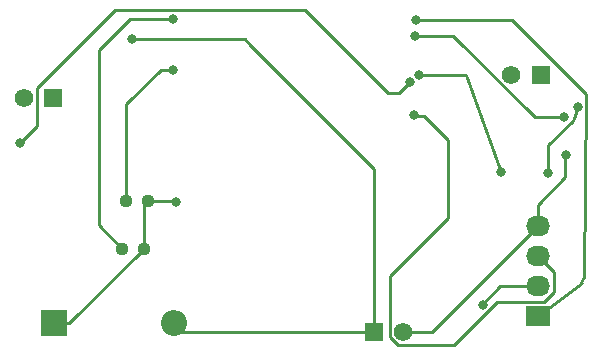
<source format=gbr>
%TF.GenerationSoftware,KiCad,Pcbnew,8.0.1*%
%TF.CreationDate,2024-04-05T19:32:32+05:30*%
%TF.ProjectId,TinyDrone,54696e79-4472-46f6-9e65-2e6b69636164,rev?*%
%TF.SameCoordinates,Original*%
%TF.FileFunction,Copper,L2,Bot*%
%TF.FilePolarity,Positive*%
%FSLAX46Y46*%
G04 Gerber Fmt 4.6, Leading zero omitted, Abs format (unit mm)*
G04 Created by KiCad (PCBNEW 8.0.1) date 2024-04-05 19:32:32*
%MOMM*%
%LPD*%
G01*
G04 APERTURE LIST*
G04 Aperture macros list*
%AMRoundRect*
0 Rectangle with rounded corners*
0 $1 Rounding radius*
0 $2 $3 $4 $5 $6 $7 $8 $9 X,Y pos of 4 corners*
0 Add a 4 corners polygon primitive as box body*
4,1,4,$2,$3,$4,$5,$6,$7,$8,$9,$2,$3,0*
0 Add four circle primitives for the rounded corners*
1,1,$1+$1,$2,$3*
1,1,$1+$1,$4,$5*
1,1,$1+$1,$6,$7*
1,1,$1+$1,$8,$9*
0 Add four rect primitives between the rounded corners*
20,1,$1+$1,$2,$3,$4,$5,0*
20,1,$1+$1,$4,$5,$6,$7,0*
20,1,$1+$1,$6,$7,$8,$9,0*
20,1,$1+$1,$8,$9,$2,$3,0*%
G04 Aperture macros list end*
%TA.AperFunction,ComponentPad*%
%ADD10R,1.575000X1.575000*%
%TD*%
%TA.AperFunction,ComponentPad*%
%ADD11C,1.575000*%
%TD*%
%TA.AperFunction,SMDPad,CuDef*%
%ADD12RoundRect,0.237500X0.250000X0.237500X-0.250000X0.237500X-0.250000X-0.237500X0.250000X-0.237500X0*%
%TD*%
%TA.AperFunction,ComponentPad*%
%ADD13R,2.030000X1.730000*%
%TD*%
%TA.AperFunction,ComponentPad*%
%ADD14O,2.030000X1.730000*%
%TD*%
%TA.AperFunction,ComponentPad*%
%ADD15R,2.200000X2.200000*%
%TD*%
%TA.AperFunction,ComponentPad*%
%ADD16O,2.200000X2.200000*%
%TD*%
%TA.AperFunction,ViaPad*%
%ADD17C,0.800000*%
%TD*%
%TA.AperFunction,Conductor*%
%ADD18C,0.250000*%
%TD*%
G04 APERTURE END LIST*
D10*
%TO.P,J1,1,1*%
%TO.N,/ML*%
X126090000Y-79020000D03*
D11*
%TO.P,J1,2,2*%
%TO.N,/Bat2*%
X123590000Y-79020000D03*
%TD*%
D10*
%TO.P,J3,1,1*%
%TO.N,/MR*%
X84800000Y-80980000D03*
D11*
%TO.P,J3,2,2*%
%TO.N,/Bat2*%
X82300000Y-80980000D03*
%TD*%
D10*
%TO.P,J2,1,1*%
%TO.N,/Bat2*%
X111960000Y-100765000D03*
D11*
%TO.P,J2,2,2*%
%TO.N,GND*%
X114460000Y-100765000D03*
%TD*%
D12*
%TO.P,R1,1*%
%TO.N,post_diode*%
X92792500Y-89690000D03*
%TO.P,R1,2*%
%TO.N,/R1*%
X90967500Y-89690000D03*
%TD*%
D13*
%TO.P,J5,1,Pin_1*%
%TO.N,/P1*%
X125850000Y-99430000D03*
D14*
%TO.P,J5,2,Pin_2*%
%TO.N,/P2*%
X125850000Y-96890000D03*
%TO.P,J5,3,Pin_3*%
%TO.N,/P3*%
X125850000Y-94350000D03*
%TO.P,J5,4,Pin_4*%
%TO.N,GND*%
X125850000Y-91810000D03*
%TD*%
D12*
%TO.P,R2,1*%
%TO.N,post_diode*%
X92482500Y-93740000D03*
%TO.P,R2,2*%
%TO.N,/R2*%
X90657500Y-93740000D03*
%TD*%
D15*
%TO.P,D1,1,K*%
%TO.N,post_diode*%
X84910000Y-100050000D03*
D16*
%TO.P,D1,2,A*%
%TO.N,/Bat2*%
X95070000Y-100050000D03*
%TD*%
D17*
%TO.N,/Bat2*%
X91500000Y-76000000D03*
%TO.N,post_diode*%
X95180000Y-89750000D03*
%TO.N,/ML*%
X129200000Y-81760000D03*
X126720000Y-87300000D03*
%TO.N,GND*%
X128220000Y-85820000D03*
%TO.N,/P1*%
X115560000Y-74330000D03*
%TO.N,/P2*%
X121150000Y-98450000D03*
X128050000Y-82600000D03*
X115430000Y-75680000D03*
%TO.N,/P3*%
X115360000Y-82400000D03*
%TO.N,/M2*%
X114980000Y-79630000D03*
X81960000Y-84740000D03*
%TO.N,/M1*%
X122710000Y-87230000D03*
X115760000Y-78990000D03*
%TO.N,/R1*%
X94940000Y-78560000D03*
%TO.N,/R2*%
X94940000Y-74290000D03*
%TD*%
D18*
%TO.N,/Bat2*%
X101000000Y-76000000D02*
X91500000Y-76000000D01*
X101500000Y-76500000D02*
X101000000Y-76000000D01*
X111960000Y-86960000D02*
X101500000Y-76500000D01*
X111960000Y-100765000D02*
X111960000Y-86960000D01*
%TO.N,post_diode*%
X92792500Y-89690000D02*
X95120000Y-89690000D01*
X92482500Y-93740000D02*
X92482500Y-90000000D01*
X95180000Y-89750000D02*
X95240000Y-89690000D01*
X86172500Y-100050000D02*
X92482500Y-93740000D01*
X84910000Y-100050000D02*
X86172500Y-100050000D01*
X95120000Y-89690000D02*
X95180000Y-89750000D01*
X92482500Y-90000000D02*
X92792500Y-89690000D01*
%TO.N,/Bat2*%
X111960000Y-100765000D02*
X95785000Y-100765000D01*
X95785000Y-100765000D02*
X95070000Y-100050000D01*
%TO.N,/ML*%
X126720000Y-87300000D02*
X126720000Y-84955305D01*
X129200000Y-81760000D02*
X129260000Y-81520000D01*
X126720000Y-84955305D02*
X128775000Y-82900305D01*
X128775000Y-82900305D02*
X129200000Y-81760000D01*
X126090000Y-79320000D02*
X126090000Y-79020000D01*
%TO.N,GND*%
X125850000Y-91810000D02*
X125850000Y-89990000D01*
X114460000Y-100765000D02*
X116895000Y-100765000D01*
X128160000Y-85880000D02*
X128220000Y-85820000D01*
X128160000Y-87680000D02*
X128160000Y-85880000D01*
X125850000Y-89990000D02*
X128160000Y-87680000D01*
X128220000Y-85820000D02*
X128160000Y-85760000D01*
X116895000Y-100765000D02*
X125850000Y-91810000D01*
%TO.N,/P1*%
X129557175Y-96587833D02*
X125850000Y-99430000D01*
X123625000Y-74330000D02*
X129940000Y-80645000D01*
X129940000Y-80645000D02*
X129752923Y-96197044D01*
X115560000Y-74330000D02*
X123625000Y-74330000D01*
X129752922Y-96197044D02*
G75*
G02*
X129557151Y-96587801I-499922J6044D01*
G01*
%TO.N,/P2*%
X118676687Y-75680000D02*
X125596687Y-82600000D01*
X122620000Y-96890000D02*
X125850000Y-96890000D01*
X115430000Y-75680000D02*
X118676687Y-75680000D01*
X121060000Y-98450000D02*
X121150000Y-98450000D01*
X121150000Y-98450000D02*
X121150000Y-98360000D01*
X121150000Y-98360000D02*
X122620000Y-96890000D01*
X125596687Y-82600000D02*
X128050000Y-82600000D01*
%TO.N,/P3*%
X122410000Y-98240000D02*
X118772500Y-101877500D01*
X115360000Y-82400000D02*
X115300000Y-82460000D01*
X113347500Y-96052500D02*
X118240000Y-91160000D01*
X115420000Y-82460000D02*
X115360000Y-82400000D01*
X118772500Y-101877500D02*
X113999187Y-101877500D01*
X118240000Y-84480000D02*
X116220000Y-82460000D01*
X126332914Y-98240000D02*
X122410000Y-98240000D01*
X113999187Y-101877500D02*
X113347500Y-101225813D01*
X118240000Y-91160000D02*
X118240000Y-84480000D01*
X113347500Y-101225813D02*
X113347500Y-96052500D01*
X125850000Y-94350000D02*
X127190000Y-95690000D01*
X127190000Y-95690000D02*
X127190000Y-97382914D01*
X116220000Y-82460000D02*
X115420000Y-82460000D01*
X127190000Y-97382914D02*
X126332914Y-98240000D01*
%TO.N,/M2*%
X114060000Y-80550000D02*
X114980000Y-79630000D01*
X113110000Y-80550000D02*
X114060000Y-80550000D01*
X83412500Y-80142500D02*
X90035000Y-73520000D01*
X81960000Y-84740000D02*
X83412500Y-83287500D01*
X90035000Y-73520000D02*
X106080000Y-73520000D01*
X83412500Y-83287500D02*
X83412500Y-80142500D01*
X106080000Y-73520000D02*
X113110000Y-80550000D01*
%TO.N,/M1*%
X119790000Y-79010000D02*
X115760000Y-78990000D01*
X122710000Y-87230000D02*
X119790000Y-79010000D01*
%TO.N,/R1*%
X90967500Y-81502500D02*
X91240000Y-81230000D01*
X90967500Y-89690000D02*
X90967500Y-81502500D01*
X93910000Y-78560000D02*
X94940000Y-78560000D01*
X91240000Y-81230000D02*
X93910000Y-78560000D01*
%TO.N,/R2*%
X90657500Y-93740000D02*
X88660000Y-91742500D01*
X91300000Y-74290000D02*
X94940000Y-74290000D01*
X88660000Y-76930000D02*
X90770000Y-74820000D01*
X88660000Y-83870000D02*
X88660000Y-76930000D01*
X90770000Y-74820000D02*
X91300000Y-74290000D01*
X88660000Y-91742500D02*
X88660000Y-83870000D01*
%TD*%
M02*

</source>
